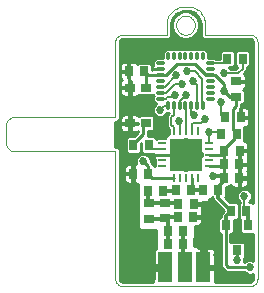
<source format=gtl>
G75*
%MOIN*%
%OFA0B0*%
%FSLAX24Y24*%
%IPPOS*%
%LPD*%
%AMOC8*
5,1,8,0,0,1.08239X$1,22.5*
%
%ADD10C,0.0000*%
%ADD11R,0.1063X0.1063*%
%ADD12R,0.0276X0.0098*%
%ADD13R,0.0098X0.0276*%
%ADD14R,0.0276X0.0354*%
%ADD15R,0.0354X0.0276*%
%ADD16R,0.0343X0.0307*%
%ADD17R,0.0500X0.1000*%
%ADD18R,0.0315X0.0354*%
%ADD19C,0.0118*%
%ADD20C,0.0100*%
%ADD21C,0.0160*%
%ADD22C,0.0270*%
%ADD23C,0.0120*%
%ADD24C,0.0080*%
D10*
X006010Y006400D02*
X006010Y010650D01*
X002635Y010650D01*
X002605Y010652D01*
X002575Y010657D01*
X002546Y010666D01*
X002519Y010679D01*
X002493Y010694D01*
X002469Y010713D01*
X002448Y010734D01*
X002429Y010758D01*
X002414Y010784D01*
X002401Y010811D01*
X002392Y010840D01*
X002387Y010870D01*
X002385Y010900D01*
X002385Y011525D01*
X002387Y011555D01*
X002392Y011585D01*
X002401Y011614D01*
X002414Y011641D01*
X002429Y011667D01*
X002448Y011691D01*
X002469Y011712D01*
X002493Y011731D01*
X002519Y011746D01*
X002546Y011759D01*
X002575Y011768D01*
X002605Y011773D01*
X002635Y011775D01*
X006010Y011775D01*
X006010Y014275D01*
X006012Y014305D01*
X006017Y014335D01*
X006026Y014364D01*
X006039Y014391D01*
X006054Y014417D01*
X006073Y014441D01*
X006094Y014462D01*
X006118Y014481D01*
X006144Y014496D01*
X006171Y014509D01*
X006200Y014518D01*
X006230Y014523D01*
X006260Y014525D01*
X007728Y014525D01*
X007728Y014818D01*
X007729Y014818D02*
X007727Y014865D01*
X007729Y014912D01*
X007734Y014959D01*
X007744Y015005D01*
X007756Y015050D01*
X007773Y015094D01*
X007792Y015137D01*
X007815Y015178D01*
X007841Y015217D01*
X007871Y015254D01*
X007903Y015289D01*
X007937Y015321D01*
X007974Y015350D01*
X008013Y015376D01*
X008054Y015399D01*
X008097Y015418D01*
X008141Y015435D01*
X008186Y015447D01*
X008232Y015457D01*
X008279Y015462D01*
X008279Y015463D02*
X008415Y015463D01*
X008461Y015462D01*
X008506Y015458D01*
X008551Y015450D01*
X008595Y015439D01*
X008638Y015425D01*
X008680Y015407D01*
X008720Y015386D01*
X008759Y015361D01*
X008795Y015334D01*
X008829Y015304D01*
X008861Y015272D01*
X008890Y015237D01*
X008916Y015200D01*
X008940Y015161D01*
X008960Y015120D01*
X008977Y015078D01*
X008990Y015034D01*
X009000Y014990D01*
X009007Y014945D01*
X009010Y014900D01*
X009010Y014899D02*
X009010Y014525D01*
X010510Y014525D01*
X010540Y014523D01*
X010570Y014518D01*
X010599Y014509D01*
X010626Y014496D01*
X010652Y014481D01*
X010676Y014462D01*
X010697Y014441D01*
X010716Y014417D01*
X010731Y014391D01*
X010744Y014364D01*
X010753Y014335D01*
X010758Y014305D01*
X010760Y014275D01*
X010760Y006399D01*
X010758Y006369D01*
X010752Y006339D01*
X010743Y006310D01*
X010730Y006283D01*
X010715Y006257D01*
X010696Y006233D01*
X010674Y006212D01*
X010650Y006194D01*
X010625Y006178D01*
X010597Y006166D01*
X010568Y006157D01*
X010538Y006152D01*
X010508Y006150D01*
X006260Y006150D01*
X006230Y006152D01*
X006200Y006157D01*
X006171Y006166D01*
X006144Y006179D01*
X006118Y006194D01*
X006094Y006213D01*
X006073Y006234D01*
X006054Y006258D01*
X006039Y006284D01*
X006026Y006311D01*
X006017Y006340D01*
X006012Y006370D01*
X006010Y006400D01*
X008047Y014839D02*
X008049Y014874D01*
X008055Y014909D01*
X008065Y014942D01*
X008078Y014975D01*
X008095Y015006D01*
X008115Y015034D01*
X008139Y015060D01*
X008165Y015084D01*
X008193Y015104D01*
X008224Y015121D01*
X008257Y015134D01*
X008290Y015144D01*
X008325Y015150D01*
X008360Y015152D01*
X008395Y015150D01*
X008430Y015144D01*
X008463Y015134D01*
X008496Y015121D01*
X008527Y015104D01*
X008555Y015084D01*
X008581Y015060D01*
X008605Y015034D01*
X008625Y015006D01*
X008642Y014975D01*
X008655Y014942D01*
X008665Y014909D01*
X008671Y014874D01*
X008673Y014839D01*
X008671Y014804D01*
X008665Y014769D01*
X008655Y014736D01*
X008642Y014703D01*
X008625Y014672D01*
X008605Y014644D01*
X008581Y014618D01*
X008555Y014594D01*
X008527Y014574D01*
X008496Y014557D01*
X008463Y014544D01*
X008430Y014534D01*
X008395Y014528D01*
X008360Y014526D01*
X008325Y014528D01*
X008290Y014534D01*
X008257Y014544D01*
X008224Y014557D01*
X008193Y014574D01*
X008165Y014594D01*
X008139Y014618D01*
X008115Y014644D01*
X008095Y014672D01*
X008078Y014703D01*
X008065Y014736D01*
X008055Y014769D01*
X008049Y014804D01*
X008047Y014839D01*
D11*
X008365Y010533D03*
D12*
X007589Y010533D03*
X007589Y010730D03*
X007589Y010927D03*
X007589Y010336D03*
X007589Y010139D03*
X009140Y010139D03*
X009140Y010336D03*
X009140Y010533D03*
X009140Y010730D03*
X009140Y010927D03*
D13*
X008759Y011308D03*
X008562Y011308D03*
X008365Y011308D03*
X008168Y011308D03*
X007971Y011308D03*
X007971Y009757D03*
X008168Y009757D03*
X008365Y009757D03*
X008562Y009757D03*
X008759Y009757D03*
D14*
X008934Y009358D03*
X008546Y009353D03*
X008626Y008886D03*
X008609Y008459D03*
X008285Y007989D03*
X008270Y007554D03*
X007759Y007554D03*
X007773Y007989D03*
X008097Y008459D03*
X008114Y008886D03*
X008034Y009353D03*
X007618Y009325D03*
X007106Y009325D03*
X007119Y009893D03*
X006607Y009893D03*
X006624Y010852D03*
X007136Y010852D03*
X006984Y013306D03*
X006472Y013306D03*
X009446Y009358D03*
X009633Y009751D03*
X009635Y010213D03*
X009653Y010658D03*
X009554Y011226D03*
X009691Y011775D03*
X010066Y011226D03*
X010165Y010658D03*
X010147Y010213D03*
X010145Y009751D03*
X010390Y008650D03*
X009879Y008650D03*
X010203Y011775D03*
X010262Y013726D03*
X009750Y013726D03*
D15*
X010041Y012968D03*
X010041Y012457D03*
X007683Y008932D03*
X007683Y008420D03*
X007140Y008392D03*
X007140Y008903D03*
D16*
X007044Y011572D03*
X006509Y011572D03*
X006509Y012765D03*
X007044Y012765D03*
D17*
X007692Y006768D03*
X008326Y006773D03*
X008957Y006768D03*
D18*
X009697Y008171D03*
X010071Y007344D03*
X010445Y008171D03*
D19*
X008948Y012082D02*
X008948Y012240D01*
X008752Y012240D02*
X008752Y012082D01*
X008555Y012082D02*
X008555Y012240D01*
X008358Y012240D02*
X008358Y012082D01*
X008161Y012082D02*
X008161Y012240D01*
X007964Y012240D02*
X007964Y012082D01*
X007767Y012082D02*
X007767Y012240D01*
X007610Y012397D02*
X007452Y012397D01*
X007452Y012594D02*
X007610Y012594D01*
X007610Y012791D02*
X007452Y012791D01*
X007452Y012988D02*
X007610Y012988D01*
X007610Y013185D02*
X007452Y013185D01*
X007452Y013382D02*
X007610Y013382D01*
X007610Y013578D02*
X007452Y013578D01*
X007767Y013736D02*
X007767Y013894D01*
X007964Y013894D02*
X007964Y013736D01*
X008161Y013736D02*
X008161Y013894D01*
X008358Y013894D02*
X008358Y013736D01*
X008555Y013736D02*
X008555Y013894D01*
X008752Y013894D02*
X008752Y013736D01*
X008948Y013736D02*
X008948Y013894D01*
X009106Y013578D02*
X009264Y013578D01*
X009264Y013382D02*
X009106Y013382D01*
X009106Y013185D02*
X009264Y013185D01*
X009264Y012988D02*
X009106Y012988D01*
X009106Y012791D02*
X009264Y012791D01*
X009264Y012594D02*
X009106Y012594D01*
X009106Y012397D02*
X009264Y012397D01*
D20*
X009635Y012650D02*
X009828Y012457D01*
X010041Y012457D01*
X010041Y012150D01*
X009947Y012056D01*
X009947Y011345D01*
X010066Y011226D01*
X010010Y011169D01*
X010010Y011088D01*
X009641Y010719D01*
X009653Y010707D01*
X009653Y010658D01*
X009528Y010533D01*
X009140Y010533D01*
X009517Y010533D01*
X009635Y010650D01*
X009635Y010275D01*
X009635Y010153D01*
X009635Y010139D02*
X009635Y009753D01*
X009635Y009651D01*
X009633Y009751D02*
X009635Y009753D01*
X009693Y009464D02*
X009816Y009464D01*
X009868Y009515D01*
X009887Y009482D01*
X009915Y009454D01*
X009949Y009434D01*
X009987Y009424D01*
X010126Y009424D01*
X010126Y009732D01*
X010164Y009732D01*
X010164Y009770D01*
X010433Y009770D01*
X010433Y009948D01*
X010425Y009978D01*
X010435Y010016D01*
X010435Y010194D01*
X010166Y010194D01*
X010166Y010078D01*
X010164Y010078D01*
X010164Y009770D01*
X010126Y009770D01*
X010126Y009886D01*
X010128Y009886D01*
X010128Y010194D01*
X010166Y010194D01*
X010166Y010232D01*
X010128Y010232D01*
X010128Y010330D01*
X010146Y010330D01*
X010146Y010639D01*
X010184Y010639D01*
X010184Y010676D01*
X010453Y010676D01*
X010453Y010854D01*
X010442Y010893D01*
X010423Y010927D01*
X010395Y010955D01*
X010361Y010974D01*
X010322Y010985D01*
X010296Y010985D01*
X010314Y011003D01*
X010314Y011448D01*
X010360Y011448D01*
X010399Y011458D01*
X010433Y011478D01*
X010461Y011506D01*
X010480Y011540D01*
X010491Y011578D01*
X010491Y011756D01*
X010222Y011756D01*
X010222Y011794D01*
X010491Y011794D01*
X010491Y011972D01*
X010480Y012010D01*
X010461Y012044D01*
X010433Y012072D01*
X010399Y012092D01*
X010360Y012102D01*
X010222Y012102D01*
X010222Y011794D01*
X010184Y011794D01*
X010184Y012067D01*
X010201Y012084D01*
X010201Y012209D01*
X010263Y012209D01*
X010328Y012273D01*
X010328Y012640D01*
X010277Y012691D01*
X010310Y012711D01*
X010338Y012739D01*
X010358Y012773D01*
X010368Y012811D01*
X010368Y012950D01*
X010060Y012950D01*
X010060Y012987D01*
X010368Y012987D01*
X010368Y013126D01*
X010358Y013164D01*
X010338Y013198D01*
X010310Y013226D01*
X010302Y013231D01*
X010322Y013250D01*
X010410Y013338D01*
X010410Y013439D01*
X010610Y013439D01*
X010610Y013341D02*
X010410Y013341D01*
X010410Y013439D02*
X010445Y013439D01*
X010509Y013504D01*
X010509Y013949D01*
X010445Y014013D01*
X010078Y014013D01*
X010014Y013949D01*
X010014Y013504D01*
X010078Y013439D01*
X010086Y013439D01*
X009797Y013439D01*
X009933Y013439D01*
X009998Y013504D01*
X009998Y013949D01*
X009933Y014013D01*
X009566Y014013D01*
X009502Y013949D01*
X009502Y013728D01*
X009353Y013728D01*
X009333Y013747D01*
X009118Y013747D01*
X009118Y013963D01*
X009019Y014062D01*
X008878Y014062D01*
X008850Y014034D01*
X008822Y014062D01*
X008682Y014062D01*
X008653Y014034D01*
X008625Y014062D01*
X008485Y014062D01*
X008456Y014034D01*
X008428Y014062D01*
X008288Y014062D01*
X008260Y014034D01*
X008231Y014062D01*
X008091Y014062D01*
X008063Y014034D01*
X008034Y014062D01*
X007894Y014062D01*
X007866Y014034D01*
X007837Y014062D01*
X007697Y014062D01*
X007598Y013963D01*
X007598Y013747D01*
X007382Y013747D01*
X007283Y013648D01*
X007283Y013508D01*
X007284Y013508D01*
X007258Y013462D01*
X007243Y013409D01*
X007243Y013382D01*
X007531Y013382D01*
X007531Y013382D01*
X007243Y013382D01*
X007243Y013354D01*
X007246Y013345D01*
X007232Y013345D01*
X007232Y013529D01*
X007168Y013593D01*
X006801Y013593D01*
X006749Y013542D01*
X006730Y013576D01*
X006702Y013603D01*
X006668Y013623D01*
X006630Y013633D01*
X006491Y013633D01*
X006491Y013325D01*
X006453Y013325D01*
X006453Y013287D01*
X006185Y013287D01*
X006185Y013109D01*
X006195Y013071D01*
X006215Y013037D01*
X006229Y013022D01*
X006217Y013011D01*
X006198Y012977D01*
X006188Y012938D01*
X006188Y012792D01*
X006482Y012792D01*
X006482Y013069D01*
X006453Y013069D01*
X006453Y013287D01*
X006491Y013287D01*
X006491Y012979D01*
X006536Y012979D01*
X006536Y012792D01*
X006482Y012792D01*
X006482Y012738D01*
X006536Y012738D01*
X006536Y012462D01*
X006700Y012462D01*
X006738Y012472D01*
X006772Y012492D01*
X006800Y012520D01*
X006804Y012525D01*
X006827Y012502D01*
X007261Y012502D01*
X007283Y012524D01*
X007312Y012496D01*
X007283Y012467D01*
X007283Y012327D01*
X007376Y012235D01*
X007371Y012233D01*
X007302Y012164D01*
X007265Y012074D01*
X007265Y011976D01*
X007302Y011886D01*
X007371Y011817D01*
X007461Y011780D01*
X007558Y011780D01*
X007648Y011817D01*
X007717Y011886D01*
X007728Y011913D01*
X007811Y011913D01*
X007735Y011837D01*
X007735Y011463D01*
X007812Y011385D01*
X007812Y011214D01*
X007775Y011204D01*
X007741Y011184D01*
X007713Y011156D01*
X007694Y011122D01*
X007684Y011086D01*
X007406Y011086D01*
X007384Y011064D01*
X007384Y011075D01*
X007319Y011139D01*
X007096Y011139D01*
X007112Y011155D01*
X007112Y011309D01*
X007261Y011309D01*
X007325Y011373D01*
X007325Y011771D01*
X007261Y011836D01*
X006827Y011836D01*
X006804Y011812D01*
X006800Y011818D01*
X006772Y011846D01*
X006738Y011866D01*
X006700Y011876D01*
X006536Y011876D01*
X006536Y011599D01*
X006763Y011599D01*
X006763Y011545D01*
X006536Y011545D01*
X006536Y011599D01*
X006482Y011599D01*
X006482Y011545D01*
X006536Y011545D01*
X006536Y011269D01*
X006700Y011269D01*
X006738Y011279D01*
X006772Y011299D01*
X006792Y011319D01*
X006792Y011288D01*
X006644Y011139D01*
X006441Y011139D01*
X006376Y011075D01*
X006376Y010629D01*
X006441Y010565D01*
X006807Y010565D01*
X006872Y010629D01*
X006872Y010915D01*
X006888Y010931D01*
X006888Y010629D01*
X006953Y010565D01*
X007301Y010565D01*
X007301Y010533D01*
X007589Y010533D01*
X007589Y010533D01*
X007301Y010533D01*
X007301Y010464D01*
X007312Y010426D01*
X007331Y010392D01*
X007341Y010382D01*
X007341Y010241D01*
X007345Y010238D01*
X007341Y010234D01*
X007341Y010141D01*
X007302Y010180D01*
X007279Y010180D01*
X007279Y010201D01*
X007197Y010283D01*
X007197Y010350D01*
X007160Y010440D01*
X007091Y010509D01*
X007001Y010546D01*
X006903Y010546D01*
X006813Y010509D01*
X006744Y010440D01*
X006707Y010350D01*
X006707Y010253D01*
X006721Y010220D01*
X006626Y010220D01*
X006626Y009912D01*
X006588Y009912D01*
X006588Y010220D01*
X006449Y010220D01*
X006411Y010210D01*
X006377Y010190D01*
X006349Y010162D01*
X006329Y010128D01*
X006319Y010090D01*
X006160Y010090D01*
X006160Y009992D02*
X006319Y009992D01*
X006319Y009912D02*
X006588Y009912D01*
X006588Y009874D01*
X006319Y009874D01*
X006319Y009696D01*
X006160Y009696D01*
X006160Y009598D02*
X006375Y009598D01*
X006377Y009595D02*
X006411Y009576D01*
X006449Y009565D01*
X006588Y009565D01*
X006588Y009874D01*
X006626Y009874D01*
X006626Y009565D01*
X006760Y009565D01*
X006760Y006400D01*
X007292Y006400D01*
X007292Y006300D01*
X006260Y006300D01*
X006234Y006303D01*
X006189Y006329D01*
X006163Y006374D01*
X006160Y006400D01*
X006160Y010712D01*
X006072Y010800D01*
X006010Y010800D01*
X006010Y011625D01*
X006072Y011625D01*
X006160Y011713D01*
X006160Y014275D01*
X006163Y014301D01*
X006189Y014346D01*
X006234Y014372D01*
X006260Y014375D01*
X007790Y014375D01*
X007878Y014463D01*
X007878Y014763D01*
X007883Y014768D01*
X007878Y014824D01*
X007878Y014853D01*
X007880Y014918D01*
X007934Y015085D01*
X008048Y015218D01*
X008204Y015297D01*
X008288Y015313D01*
X008355Y015313D01*
X008357Y015311D01*
X008417Y015313D01*
X008420Y015313D01*
X008503Y015307D01*
X008659Y015247D01*
X008781Y015132D01*
X008849Y014979D01*
X008860Y014896D01*
X008860Y014463D01*
X008947Y014375D01*
X010510Y014375D01*
X010535Y014372D01*
X010580Y014346D01*
X010606Y014301D01*
X010610Y014275D01*
X010610Y008901D01*
X010574Y008937D01*
X010472Y008937D01*
X010472Y008954D01*
X010530Y009011D01*
X010567Y009101D01*
X010567Y009199D01*
X010530Y009289D01*
X010461Y009358D01*
X010371Y009395D01*
X010273Y009395D01*
X010183Y009358D01*
X010114Y009289D01*
X010077Y009199D01*
X010077Y009101D01*
X010114Y009011D01*
X010172Y008954D01*
X010172Y008902D01*
X010143Y008873D01*
X010143Y008427D01*
X010177Y008393D01*
X010177Y007948D01*
X010242Y007884D01*
X010610Y007884D01*
X010610Y006999D01*
X010558Y007020D01*
X010461Y007020D01*
X010371Y006983D01*
X010323Y006935D01*
X010298Y006935D01*
X010316Y006978D01*
X010316Y007075D01*
X010309Y007092D01*
X010338Y007122D01*
X010338Y007567D01*
X010274Y007632D01*
X009868Y007632D01*
X009857Y007621D01*
X009857Y007884D01*
X009900Y007884D01*
X009964Y007948D01*
X009964Y008363D01*
X010062Y008363D01*
X010126Y008427D01*
X010126Y008873D01*
X010062Y008937D01*
X009832Y008937D01*
X009663Y009106D01*
X009693Y009136D01*
X009693Y009464D01*
X009693Y009401D02*
X010610Y009401D01*
X010610Y009499D02*
X010413Y009499D01*
X010422Y009516D02*
X010433Y009554D01*
X010433Y009732D01*
X010164Y009732D01*
X010164Y009424D01*
X010302Y009424D01*
X010341Y009434D01*
X010375Y009454D01*
X010403Y009482D01*
X010422Y009516D01*
X010433Y009598D02*
X010610Y009598D01*
X010610Y009696D02*
X010433Y009696D01*
X010433Y009795D02*
X010610Y009795D01*
X010610Y009893D02*
X010433Y009893D01*
X010425Y009978D02*
X010425Y009978D01*
X010428Y009992D02*
X010610Y009992D01*
X010610Y010090D02*
X010435Y010090D01*
X010435Y010189D02*
X010610Y010189D01*
X010610Y010287D02*
X010435Y010287D01*
X010435Y010232D02*
X010435Y010410D01*
X010442Y010422D01*
X010453Y010461D01*
X010453Y010639D01*
X010184Y010639D01*
X010184Y010540D01*
X010166Y010540D01*
X010166Y010232D01*
X010435Y010232D01*
X010435Y010386D02*
X010610Y010386D01*
X010610Y010484D02*
X010453Y010484D01*
X010453Y010583D02*
X010610Y010583D01*
X010610Y010681D02*
X010453Y010681D01*
X010453Y010780D02*
X010610Y010780D01*
X010610Y010878D02*
X010446Y010878D01*
X010353Y010977D02*
X010610Y010977D01*
X010610Y011075D02*
X010314Y011075D01*
X010314Y011174D02*
X010610Y011174D01*
X010610Y011272D02*
X010314Y011272D01*
X010314Y011371D02*
X010610Y011371D01*
X010610Y011469D02*
X010418Y011469D01*
X010488Y011568D02*
X010610Y011568D01*
X010610Y011666D02*
X010491Y011666D01*
X010610Y011765D02*
X010222Y011765D01*
X010222Y011863D02*
X010184Y011863D01*
X010184Y011962D02*
X010222Y011962D01*
X010222Y012060D02*
X010184Y012060D01*
X010201Y012159D02*
X010610Y012159D01*
X010610Y012257D02*
X010312Y012257D01*
X010328Y012356D02*
X010610Y012356D01*
X010610Y012454D02*
X010328Y012454D01*
X010328Y012553D02*
X010610Y012553D01*
X010610Y012651D02*
X010317Y012651D01*
X010344Y012750D02*
X010610Y012750D01*
X010610Y012848D02*
X010368Y012848D01*
X010368Y012947D02*
X010610Y012947D01*
X010610Y013045D02*
X010368Y013045D01*
X010363Y013144D02*
X010610Y013144D01*
X010610Y013242D02*
X010314Y013242D01*
X010086Y013439D02*
X010040Y013392D01*
X009843Y013392D01*
X009797Y013439D01*
X009998Y013538D02*
X010014Y013538D01*
X010014Y013636D02*
X009998Y013636D01*
X009998Y013735D02*
X010014Y013735D01*
X010014Y013833D02*
X009998Y013833D01*
X009998Y013932D02*
X010014Y013932D01*
X010509Y013932D02*
X010610Y013932D01*
X010610Y014030D02*
X009051Y014030D01*
X009118Y013932D02*
X009502Y013932D01*
X009502Y013833D02*
X009118Y013833D01*
X009346Y013735D02*
X009502Y013735D01*
X009350Y013185D02*
X009185Y013185D01*
X009031Y013185D01*
X008667Y013549D01*
X008059Y013549D01*
X007695Y013185D01*
X007531Y013185D01*
X007106Y013185D01*
X006984Y013306D01*
X007044Y013246D01*
X007044Y012765D01*
X007283Y012454D02*
X006160Y012454D01*
X006217Y012520D02*
X006198Y012554D01*
X006188Y012592D01*
X006188Y012738D01*
X006482Y012738D01*
X006482Y012462D01*
X006318Y012462D01*
X006280Y012472D01*
X006245Y012492D01*
X006217Y012520D01*
X006198Y012553D02*
X006160Y012553D01*
X006160Y012651D02*
X006188Y012651D01*
X006160Y012750D02*
X006482Y012750D01*
X006482Y012848D02*
X006536Y012848D01*
X006536Y012947D02*
X006482Y012947D01*
X006482Y013045D02*
X006491Y013045D01*
X006491Y013144D02*
X006453Y013144D01*
X006453Y013242D02*
X006491Y013242D01*
X006453Y013325D02*
X006185Y013325D01*
X006185Y013503D01*
X006195Y013541D01*
X006215Y013576D01*
X006242Y013603D01*
X006277Y013623D01*
X006315Y013633D01*
X006453Y013633D01*
X006453Y013325D01*
X006453Y013341D02*
X006491Y013341D01*
X006491Y013439D02*
X006453Y013439D01*
X006453Y013538D02*
X006491Y013538D01*
X006210Y013045D02*
X006160Y013045D01*
X006160Y012947D02*
X006190Y012947D01*
X006188Y012848D02*
X006160Y012848D01*
X006160Y013144D02*
X006185Y013144D01*
X006185Y013242D02*
X006160Y013242D01*
X006160Y013341D02*
X006185Y013341D01*
X006185Y013439D02*
X006160Y013439D01*
X006160Y013538D02*
X006194Y013538D01*
X006160Y013636D02*
X007283Y013636D01*
X007283Y013538D02*
X007223Y013538D01*
X007232Y013439D02*
X007251Y013439D01*
X007369Y013735D02*
X006160Y013735D01*
X006160Y013833D02*
X007598Y013833D01*
X007598Y013932D02*
X006160Y013932D01*
X006160Y014030D02*
X007665Y014030D01*
X007839Y014424D02*
X008152Y014424D01*
X008098Y014447D02*
X008268Y014376D01*
X008452Y014376D01*
X008621Y014447D01*
X008752Y014577D01*
X008822Y014747D01*
X008822Y014931D01*
X008752Y015101D01*
X008621Y015231D01*
X008452Y015301D01*
X008268Y015301D01*
X008098Y015231D01*
X007967Y015101D01*
X007897Y014931D01*
X007897Y014747D01*
X007967Y014577D01*
X008098Y014447D01*
X008022Y014523D02*
X007878Y014523D01*
X007878Y014621D02*
X007949Y014621D01*
X007908Y014720D02*
X007878Y014720D01*
X007879Y014818D02*
X007897Y014818D01*
X007897Y014917D02*
X007880Y014917D01*
X007911Y015015D02*
X007932Y015015D01*
X007958Y015114D02*
X007980Y015114D01*
X008043Y015212D02*
X008079Y015212D01*
X008277Y015311D02*
X008448Y015311D01*
X008640Y015212D02*
X008696Y015212D01*
X008739Y015114D02*
X008789Y015114D01*
X008787Y015015D02*
X008833Y015015D01*
X008822Y014917D02*
X008857Y014917D01*
X008860Y014818D02*
X008822Y014818D01*
X008811Y014720D02*
X008860Y014720D01*
X008860Y014621D02*
X008770Y014621D01*
X008697Y014523D02*
X008860Y014523D01*
X008898Y014424D02*
X008567Y014424D01*
X009350Y013185D02*
X009635Y012900D01*
X009635Y012650D01*
X010445Y012060D02*
X010610Y012060D01*
X010610Y011962D02*
X010491Y011962D01*
X010491Y011863D02*
X010610Y011863D01*
X009554Y011256D02*
X009554Y011226D01*
X009554Y011256D02*
X009541Y011269D01*
X010146Y010583D02*
X010184Y010583D01*
X010166Y010484D02*
X010146Y010484D01*
X010146Y010386D02*
X010166Y010386D01*
X010166Y010287D02*
X010128Y010287D01*
X010128Y010189D02*
X010166Y010189D01*
X010166Y010090D02*
X010128Y010090D01*
X010128Y009992D02*
X010164Y009992D01*
X010164Y009893D02*
X010128Y009893D01*
X010126Y009795D02*
X010164Y009795D01*
X010164Y009696D02*
X010126Y009696D01*
X010126Y009598D02*
X010164Y009598D01*
X010164Y009499D02*
X010126Y009499D01*
X010128Y009302D02*
X009693Y009302D01*
X009693Y009204D02*
X010079Y009204D01*
X010077Y009105D02*
X009664Y009105D01*
X009763Y009007D02*
X010119Y009007D01*
X010091Y008908D02*
X010172Y008908D01*
X010143Y008810D02*
X010126Y008810D01*
X010126Y008711D02*
X010143Y008711D01*
X010143Y008613D02*
X010126Y008613D01*
X010126Y008514D02*
X010143Y008514D01*
X010154Y008416D02*
X010115Y008416D01*
X010177Y008317D02*
X009964Y008317D01*
X009964Y008219D02*
X010177Y008219D01*
X010177Y008120D02*
X009964Y008120D01*
X009964Y008022D02*
X010177Y008022D01*
X010203Y007923D02*
X009939Y007923D01*
X009857Y007825D02*
X010610Y007825D01*
X010610Y007726D02*
X009857Y007726D01*
X009857Y007628D02*
X009864Y007628D01*
X009537Y007628D02*
X009116Y007628D01*
X009115Y007726D02*
X009537Y007726D01*
X009537Y007825D02*
X009114Y007825D01*
X009113Y007923D02*
X009455Y007923D01*
X009429Y007948D02*
X009494Y007884D01*
X009537Y007884D01*
X009537Y006771D01*
X009600Y006709D01*
X009693Y006615D01*
X010323Y006615D01*
X010371Y006567D01*
X010461Y006530D01*
X010558Y006530D01*
X010610Y006551D01*
X010610Y006400D01*
X010606Y006374D01*
X010580Y006329D01*
X010534Y006303D01*
X010508Y006300D01*
X010446Y006300D01*
X009357Y006300D01*
X009357Y006718D01*
X009125Y006718D01*
X009124Y006817D01*
X009357Y006817D01*
X009357Y007287D01*
X009347Y007325D01*
X009327Y007360D01*
X009299Y007388D01*
X009265Y007407D01*
X009227Y007417D01*
X009118Y007417D01*
X009103Y008900D01*
X009228Y009025D01*
X009228Y009105D01*
X009228Y009105D01*
X009262Y009071D01*
X009276Y009071D01*
X009276Y009013D01*
X009631Y008657D01*
X009631Y008643D01*
X009527Y008539D01*
X009527Y008458D01*
X009494Y008458D01*
X009429Y008394D01*
X009429Y007948D01*
X009429Y008022D02*
X009112Y008022D01*
X009111Y008120D02*
X009429Y008120D01*
X009429Y008219D02*
X009110Y008219D01*
X009109Y008317D02*
X009429Y008317D01*
X009451Y008416D02*
X009108Y008416D01*
X009107Y008514D02*
X009527Y008514D01*
X009601Y008613D02*
X009106Y008613D01*
X009105Y008711D02*
X009577Y008711D01*
X009479Y008810D02*
X009104Y008810D01*
X009111Y008908D02*
X009380Y008908D01*
X009282Y009007D02*
X009210Y009007D01*
X008562Y009369D02*
X008562Y009757D01*
X008415Y010005D02*
X008315Y010005D01*
X008315Y010483D01*
X008415Y010483D01*
X008893Y010483D01*
X008893Y010583D01*
X008415Y010583D01*
X008415Y010483D01*
X008415Y010005D01*
X008415Y010090D02*
X008315Y010090D01*
X008315Y010189D02*
X008415Y010189D01*
X008415Y010287D02*
X008315Y010287D01*
X008315Y010386D02*
X008415Y010386D01*
X008415Y010484D02*
X008893Y010484D01*
X008893Y010583D02*
X008415Y010583D01*
X008415Y011061D01*
X008315Y011061D01*
X008315Y010583D01*
X008415Y010583D01*
X008415Y010681D02*
X008315Y010681D01*
X008315Y010583D02*
X008315Y010483D01*
X007877Y010483D01*
X007877Y010533D01*
X007589Y010533D01*
X007589Y010533D01*
X007877Y010533D01*
X007877Y010583D01*
X008315Y010583D01*
X007877Y010583D01*
X007877Y010484D02*
X008315Y010484D01*
X008315Y010780D02*
X008415Y010780D01*
X008415Y010878D02*
X008315Y010878D01*
X008315Y010977D02*
X008415Y010977D01*
X007812Y011272D02*
X007112Y011272D01*
X007112Y011174D02*
X007730Y011174D01*
X007812Y011371D02*
X007323Y011371D01*
X007325Y011469D02*
X007735Y011469D01*
X007735Y011568D02*
X007325Y011568D01*
X007325Y011666D02*
X007735Y011666D01*
X007735Y011765D02*
X007325Y011765D01*
X007325Y011863D02*
X006742Y011863D01*
X006536Y011863D02*
X006482Y011863D01*
X006482Y011876D02*
X006318Y011876D01*
X006280Y011866D01*
X006245Y011846D01*
X006217Y011818D01*
X006198Y011784D01*
X006188Y011746D01*
X006188Y011599D01*
X006482Y011599D01*
X006482Y011876D01*
X006482Y011765D02*
X006536Y011765D01*
X006536Y011666D02*
X006482Y011666D01*
X006482Y011568D02*
X006010Y011568D01*
X006010Y011469D02*
X006188Y011469D01*
X006188Y011399D02*
X006188Y011545D01*
X006482Y011545D01*
X006482Y011269D01*
X006318Y011269D01*
X006280Y011279D01*
X006245Y011299D01*
X006217Y011327D01*
X006198Y011361D01*
X006188Y011399D01*
X006195Y011371D02*
X006010Y011371D01*
X006010Y011272D02*
X006305Y011272D01*
X006376Y011075D02*
X006010Y011075D01*
X006010Y010977D02*
X006376Y010977D01*
X006376Y010878D02*
X006010Y010878D01*
X006092Y010780D02*
X006376Y010780D01*
X006376Y010681D02*
X006160Y010681D01*
X006160Y010583D02*
X006423Y010583D01*
X006160Y010484D02*
X006788Y010484D01*
X006825Y010583D02*
X006935Y010583D01*
X006888Y010681D02*
X006872Y010681D01*
X006872Y010780D02*
X006888Y010780D01*
X006888Y010878D02*
X006872Y010878D01*
X006624Y010893D02*
X006952Y011221D01*
X006952Y011480D01*
X007044Y011572D01*
X006763Y011568D02*
X006536Y011568D01*
X006536Y011469D02*
X006482Y011469D01*
X006482Y011371D02*
X006536Y011371D01*
X006536Y011272D02*
X006482Y011272D01*
X006678Y011174D02*
X006010Y011174D01*
X006113Y011666D02*
X006188Y011666D01*
X006193Y011765D02*
X006160Y011765D01*
X006160Y011863D02*
X006275Y011863D01*
X006160Y011962D02*
X007271Y011962D01*
X007265Y012060D02*
X006160Y012060D01*
X006160Y012159D02*
X007300Y012159D01*
X007354Y012257D02*
X006160Y012257D01*
X006160Y012356D02*
X007283Y012356D01*
X007694Y011863D02*
X007760Y011863D01*
X007395Y011075D02*
X007384Y011075D01*
X007301Y010484D02*
X007116Y010484D01*
X007182Y010386D02*
X007337Y010386D01*
X007341Y010287D02*
X007197Y010287D01*
X007279Y010189D02*
X007341Y010189D01*
X007119Y010134D02*
X007119Y009893D01*
X007254Y009757D01*
X007971Y009757D01*
X008034Y009353D02*
X008005Y009325D01*
X008546Y009353D02*
X008562Y009369D01*
X008551Y009358D02*
X008546Y009353D01*
X009140Y010139D02*
X009635Y010139D01*
X009635Y010213D01*
X009852Y009499D02*
X009877Y009499D01*
X010385Y008656D02*
X010390Y008650D01*
X010445Y008596D01*
X010603Y008908D02*
X010610Y008908D01*
X010610Y009007D02*
X010525Y009007D01*
X010567Y009105D02*
X010610Y009105D01*
X010610Y009204D02*
X010565Y009204D01*
X010610Y009302D02*
X010516Y009302D01*
X009697Y008171D02*
X009697Y006838D01*
X009760Y006775D01*
X010510Y006775D01*
X010592Y006544D02*
X010610Y006544D01*
X010610Y006446D02*
X009357Y006446D01*
X009357Y006544D02*
X010427Y006544D01*
X010446Y006300D02*
X010446Y006300D01*
X010508Y006300D02*
X010508Y006300D01*
X010590Y006347D02*
X009357Y006347D01*
X009357Y006643D02*
X009666Y006643D01*
X009567Y006741D02*
X009125Y006741D01*
X009357Y006840D02*
X009537Y006840D01*
X009537Y006938D02*
X009357Y006938D01*
X009357Y007037D02*
X009537Y007037D01*
X009537Y007135D02*
X009357Y007135D01*
X009357Y007234D02*
X009537Y007234D01*
X009537Y007332D02*
X009343Y007332D01*
X009537Y007431D02*
X009118Y007431D01*
X009117Y007529D02*
X009537Y007529D01*
X010065Y007339D02*
X010071Y007333D01*
X010071Y007026D01*
X010299Y006938D02*
X010326Y006938D01*
X010316Y007037D02*
X010610Y007037D01*
X010610Y007135D02*
X010338Y007135D01*
X010338Y007234D02*
X010610Y007234D01*
X010610Y007332D02*
X010338Y007332D01*
X010338Y007431D02*
X010610Y007431D01*
X010610Y007529D02*
X010338Y007529D01*
X010278Y007628D02*
X010610Y007628D01*
X008285Y007537D02*
X008270Y007552D01*
X008270Y007554D01*
X007654Y008392D02*
X007683Y008420D01*
X007690Y008428D01*
X007168Y008932D02*
X007140Y008903D01*
X007098Y008945D01*
X006760Y008908D02*
X006160Y008908D01*
X006160Y008810D02*
X006760Y008810D01*
X006760Y008711D02*
X006160Y008711D01*
X006160Y008613D02*
X006760Y008613D01*
X006760Y008514D02*
X006160Y008514D01*
X006160Y008416D02*
X006760Y008416D01*
X006760Y008317D02*
X006160Y008317D01*
X006160Y008219D02*
X006760Y008219D01*
X006760Y008120D02*
X006160Y008120D01*
X006160Y008022D02*
X006760Y008022D01*
X006760Y007923D02*
X006160Y007923D01*
X006160Y007825D02*
X006760Y007825D01*
X006760Y007726D02*
X006160Y007726D01*
X006160Y007628D02*
X006760Y007628D01*
X006760Y007529D02*
X006160Y007529D01*
X006160Y007431D02*
X006760Y007431D01*
X006760Y007332D02*
X006160Y007332D01*
X006160Y007234D02*
X006760Y007234D01*
X006760Y007135D02*
X006160Y007135D01*
X006160Y007037D02*
X006760Y007037D01*
X006760Y006938D02*
X006160Y006938D01*
X006160Y006840D02*
X006760Y006840D01*
X006760Y006741D02*
X006160Y006741D01*
X006160Y006643D02*
X006760Y006643D01*
X006760Y006544D02*
X006160Y006544D01*
X006160Y006446D02*
X006760Y006446D01*
X007292Y006347D02*
X006179Y006347D01*
X006160Y009007D02*
X006760Y009007D01*
X006760Y009105D02*
X006160Y009105D01*
X006160Y009204D02*
X006760Y009204D01*
X006760Y009302D02*
X006160Y009302D01*
X006160Y009401D02*
X006760Y009401D01*
X006760Y009499D02*
X006160Y009499D01*
X006349Y009623D02*
X006329Y009658D01*
X006319Y009696D01*
X006349Y009623D02*
X006377Y009595D01*
X006319Y009795D02*
X006160Y009795D01*
X006160Y009893D02*
X006588Y009893D01*
X006588Y009795D02*
X006626Y009795D01*
X006626Y009696D02*
X006588Y009696D01*
X006588Y009598D02*
X006626Y009598D01*
X006626Y009992D02*
X006588Y009992D01*
X006588Y010090D02*
X006626Y010090D01*
X006626Y010189D02*
X006588Y010189D01*
X006707Y010287D02*
X006160Y010287D01*
X006160Y010189D02*
X006376Y010189D01*
X006319Y010090D02*
X006319Y009912D01*
X006160Y010386D02*
X006722Y010386D01*
X006952Y010301D02*
X007119Y010134D01*
X006624Y010852D02*
X006624Y010893D01*
X006712Y011272D02*
X006777Y011272D01*
X006536Y012553D02*
X006482Y012553D01*
X006482Y012651D02*
X006536Y012651D01*
X007531Y013185D02*
X007535Y013181D01*
X006160Y014129D02*
X010610Y014129D01*
X010610Y014227D02*
X006160Y014227D01*
X006177Y014326D02*
X010592Y014326D01*
X010610Y013833D02*
X010509Y013833D01*
X010509Y013735D02*
X010610Y013735D01*
X010610Y013636D02*
X010509Y013636D01*
X010509Y013538D02*
X010610Y013538D01*
D21*
X008168Y010730D02*
X008365Y010533D01*
X008626Y008886D02*
X008944Y008886D01*
X008626Y008886D01*
X008626Y008886D01*
X008944Y008886D02*
X008944Y008685D01*
X008932Y008640D01*
X008927Y008631D01*
X008927Y008459D01*
X008609Y008459D01*
X008609Y008459D01*
X008927Y008459D01*
X008927Y008258D01*
X008915Y008212D01*
X008891Y008171D01*
X008857Y008138D01*
X008816Y008114D01*
X008771Y008102D01*
X008703Y008102D01*
X008703Y007756D01*
X008688Y007721D01*
X008688Y007529D01*
X008734Y007510D01*
X008797Y007447D01*
X008912Y007447D01*
X008912Y006813D01*
X009002Y006813D01*
X009002Y007447D01*
X009135Y007447D01*
X009135Y008904D01*
X009127Y008901D01*
X008944Y008901D01*
X008944Y008886D01*
X008944Y008845D02*
X009135Y008845D01*
X009135Y008686D02*
X008944Y008686D01*
X008927Y008528D02*
X009135Y008528D01*
X009135Y008369D02*
X008927Y008369D01*
X008914Y008211D02*
X009135Y008211D01*
X009135Y008052D02*
X008703Y008052D01*
X008703Y007894D02*
X009135Y007894D01*
X009135Y007735D02*
X008694Y007735D01*
X008688Y007577D02*
X009135Y007577D01*
X009002Y007418D02*
X008912Y007418D01*
X008912Y007260D02*
X009002Y007260D01*
X009002Y007101D02*
X008912Y007101D01*
X008912Y006943D02*
X009002Y006943D01*
X008326Y006773D02*
X008224Y006773D01*
X007647Y006784D02*
X006635Y006784D01*
X006635Y006626D02*
X007262Y006626D01*
X007262Y006722D02*
X007262Y006430D01*
X006635Y006430D01*
X006635Y009535D01*
X006688Y009535D01*
X006688Y009111D01*
X006682Y009097D01*
X006682Y008710D01*
X006708Y008647D01*
X006682Y008585D01*
X006682Y008198D01*
X006725Y008095D01*
X006804Y008016D01*
X006907Y007974D01*
X007356Y007974D01*
X007356Y007822D01*
X007341Y007787D01*
X007341Y007417D01*
X007331Y007412D01*
X007298Y007378D01*
X007274Y007337D01*
X007262Y007291D01*
X007262Y006813D01*
X007647Y006813D01*
X007647Y006722D01*
X007262Y006722D01*
X007262Y006943D02*
X006635Y006943D01*
X006635Y007101D02*
X007262Y007101D01*
X007262Y007260D02*
X006635Y007260D01*
X006635Y007418D02*
X007341Y007418D01*
X007341Y007577D02*
X006635Y007577D01*
X006635Y007735D02*
X007341Y007735D01*
X007356Y007894D02*
X006635Y007894D01*
X006635Y008052D02*
X006768Y008052D01*
X006682Y008211D02*
X006635Y008211D01*
X006635Y008369D02*
X006682Y008369D01*
X006682Y008528D02*
X006635Y008528D01*
X006635Y008686D02*
X006692Y008686D01*
X006682Y008845D02*
X006635Y008845D01*
X006635Y009003D02*
X006682Y009003D01*
X006688Y009162D02*
X006635Y009162D01*
X006635Y009320D02*
X006688Y009320D01*
X006688Y009479D02*
X006635Y009479D01*
X006635Y006467D02*
X007262Y006467D01*
D22*
X007168Y007008D03*
X007168Y007383D03*
X007168Y007758D03*
X006793Y007758D03*
X006668Y008133D03*
X006668Y008508D03*
X006668Y008883D03*
X006668Y009258D03*
X006275Y010265D03*
X006587Y010359D03*
X006952Y010301D03*
X008010Y010900D03*
X008385Y010525D03*
X008760Y010900D03*
X009135Y011275D03*
X009010Y011714D03*
X008635Y011836D03*
X008135Y011650D03*
X007993Y012508D03*
X008238Y012875D03*
X008055Y013186D03*
X008420Y013304D03*
X008606Y012998D03*
X008361Y012508D03*
X007510Y012025D03*
X007135Y013900D03*
X007260Y014275D03*
X007635Y014275D03*
X008010Y014275D03*
X008385Y014275D03*
X008760Y014275D03*
X009135Y014275D03*
X009510Y014275D03*
X009647Y013243D03*
X009635Y012650D03*
X009541Y012275D03*
X009291Y009806D03*
X009856Y009383D03*
X009793Y009133D03*
X010322Y009150D03*
X010075Y008195D03*
X010071Y007026D03*
X010510Y006775D03*
X010356Y006411D03*
X009981Y006411D03*
X009606Y006411D03*
X009418Y007193D03*
X009168Y007505D03*
X008793Y007505D03*
X008793Y007880D03*
X009231Y008068D03*
X009231Y008443D03*
X009205Y008960D03*
X006668Y006443D03*
X006293Y006443D03*
X006293Y006818D03*
D23*
X007140Y008392D02*
X007654Y008392D01*
X007683Y008420D02*
X007721Y008459D01*
X008097Y008459D01*
X007773Y008330D02*
X007683Y008420D01*
X007773Y008330D02*
X007773Y007989D01*
X007759Y007975D01*
X007759Y007554D01*
X008270Y007554D02*
X008270Y006828D01*
X008326Y006773D01*
X008285Y007537D02*
X008285Y007989D01*
X008114Y008886D02*
X008100Y008901D01*
X008100Y008932D01*
X007683Y008932D01*
X007168Y008932D01*
X007106Y008937D02*
X007106Y009325D01*
X007618Y009325D02*
X008005Y009325D01*
X008551Y009358D02*
X008934Y009358D01*
X009162Y008886D02*
X008626Y008886D01*
X009291Y009806D02*
X009578Y009806D01*
X009633Y009751D01*
X009633Y009648D01*
X009414Y009430D01*
X009446Y009399D01*
X009446Y009358D01*
X009446Y009083D01*
X009879Y008650D01*
X009697Y008468D01*
X009697Y008171D01*
X010445Y008171D02*
X010445Y008596D01*
X009635Y009651D02*
X009635Y009774D01*
X009635Y009775D01*
D24*
X009635Y010213D02*
X009635Y010274D01*
X009635Y010275D01*
X009140Y010927D02*
X009140Y011269D01*
X009541Y011269D01*
X009636Y011269D01*
X009603Y011775D02*
X009541Y011838D01*
X009541Y012275D01*
X009603Y011775D02*
X009691Y011775D01*
X009135Y011275D02*
X009140Y011269D01*
X008885Y011589D02*
X009010Y011714D01*
X008885Y011589D02*
X008606Y011589D01*
X008562Y011545D01*
X008562Y011308D01*
X008365Y011308D02*
X008361Y011313D01*
X008361Y011528D01*
X008385Y011551D01*
X008385Y011775D01*
X008365Y011795D01*
X008365Y012154D01*
X008358Y012161D01*
X008161Y012161D02*
X008161Y012308D01*
X008361Y012508D01*
X008238Y012875D02*
X007993Y012875D01*
X007712Y012594D01*
X007531Y012594D01*
X007531Y012397D02*
X007699Y012397D01*
X007748Y012446D01*
X007932Y012446D01*
X007993Y012508D01*
X007964Y012161D02*
X007971Y012154D01*
X007971Y011862D01*
X007885Y011775D01*
X007885Y011525D01*
X007971Y011438D01*
X007971Y011308D01*
X008168Y011308D02*
X008168Y011617D01*
X008135Y011650D01*
X008555Y011916D02*
X008635Y011836D01*
X008555Y011916D02*
X008555Y012161D01*
X008752Y012161D02*
X008752Y012852D01*
X008606Y012998D01*
X008667Y013304D02*
X008420Y013304D01*
X008667Y013304D02*
X008912Y013059D01*
X008912Y012324D01*
X008948Y012287D01*
X008948Y012161D01*
X009647Y013243D02*
X010102Y013243D01*
X010260Y013400D01*
X010260Y013724D01*
X010262Y013726D01*
X009750Y013726D02*
X009602Y013578D01*
X009185Y013578D01*
X008055Y013186D02*
X007659Y012791D01*
X007531Y012791D01*
X007646Y012161D02*
X007510Y012025D01*
X007646Y012161D02*
X007767Y012161D01*
X007136Y010852D02*
X007256Y010732D01*
X007256Y010730D01*
X007589Y010730D01*
X008010Y009400D02*
X008010Y009275D01*
X008034Y009299D01*
X008034Y009353D01*
X008008Y009302D02*
X008008Y009276D01*
X008010Y009275D01*
X007140Y008903D02*
X007106Y008937D01*
X009991Y007363D02*
X010010Y007344D01*
X010071Y007344D01*
X010065Y007339D01*
X010322Y008656D02*
X010322Y009150D01*
X010322Y008656D02*
X010385Y008656D01*
M02*

</source>
